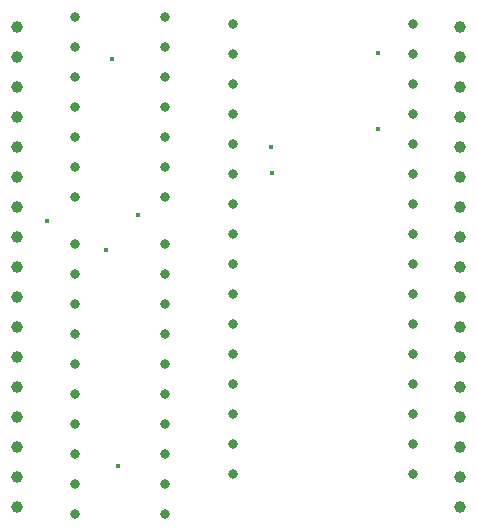
<source format=gbr>
%TF.GenerationSoftware,KiCad,Pcbnew,7.0.10*%
%TF.CreationDate,2024-02-06T22:12:22+01:00*%
%TF.ProjectId,16M2164_Ersatz_SRAM,31364d32-3136-4345-9f45-727361747a5f,1*%
%TF.SameCoordinates,Original*%
%TF.FileFunction,Plated,1,2,PTH,Drill*%
%TF.FilePolarity,Positive*%
%FSLAX46Y46*%
G04 Gerber Fmt 4.6, Leading zero omitted, Abs format (unit mm)*
G04 Created by KiCad (PCBNEW 7.0.10) date 2024-02-06 22:12:22*
%MOMM*%
%LPD*%
G01*
G04 APERTURE LIST*
%TA.AperFunction,ViaDrill*%
%ADD10C,0.400000*%
%TD*%
%TA.AperFunction,ComponentDrill*%
%ADD11C,0.800000*%
%TD*%
%TA.AperFunction,ComponentDrill*%
%ADD12C,1.000000*%
%TD*%
G04 APERTURE END LIST*
D10*
X155000000Y-101000000D03*
X160000000Y-103500000D03*
X160500000Y-87250000D03*
X161000000Y-121725000D03*
X162750000Y-100500000D03*
X174000000Y-94750000D03*
X174100000Y-96900000D03*
X183000000Y-86750000D03*
X183000000Y-93250000D03*
D11*
%TO.C,U1*%
X157380000Y-83760000D03*
X157380000Y-86300000D03*
X157380000Y-88840000D03*
X157380000Y-91380000D03*
X157380000Y-93920000D03*
X157380000Y-96460000D03*
X157380000Y-99000000D03*
%TO.C,U2*%
X157380000Y-102920000D03*
X157380000Y-105460000D03*
X157380000Y-108000000D03*
X157380000Y-110540000D03*
X157380000Y-113080000D03*
X157380000Y-115620000D03*
X157380000Y-118160000D03*
X157380000Y-120700000D03*
X157380000Y-123240000D03*
X157380000Y-125780000D03*
%TO.C,U1*%
X165000000Y-83760000D03*
X165000000Y-86300000D03*
X165000000Y-88840000D03*
X165000000Y-91380000D03*
X165000000Y-93920000D03*
X165000000Y-96460000D03*
X165000000Y-99000000D03*
%TO.C,U2*%
X165000000Y-102920000D03*
X165000000Y-105460000D03*
X165000000Y-108000000D03*
X165000000Y-110540000D03*
X165000000Y-113080000D03*
X165000000Y-115620000D03*
X165000000Y-118160000D03*
X165000000Y-120700000D03*
X165000000Y-123240000D03*
X165000000Y-125780000D03*
%TO.C,U3*%
X170760000Y-84300000D03*
X170760000Y-86840000D03*
X170760000Y-89380000D03*
X170760000Y-91920000D03*
X170760000Y-94460000D03*
X170760000Y-97000000D03*
X170760000Y-99540000D03*
X170760000Y-102080000D03*
X170760000Y-104620000D03*
X170760000Y-107160000D03*
X170760000Y-109700000D03*
X170760000Y-112240000D03*
X170760000Y-114780000D03*
X170760000Y-117320000D03*
X170760000Y-119860000D03*
X170760000Y-122400000D03*
X186000000Y-84300000D03*
X186000000Y-86840000D03*
X186000000Y-89380000D03*
X186000000Y-91920000D03*
X186000000Y-94460000D03*
X186000000Y-97000000D03*
X186000000Y-99540000D03*
X186000000Y-102080000D03*
X186000000Y-104620000D03*
X186000000Y-107160000D03*
X186000000Y-109700000D03*
X186000000Y-112240000D03*
X186000000Y-114780000D03*
X186000000Y-117320000D03*
X186000000Y-119860000D03*
X186000000Y-122400000D03*
D12*
%TO.C,J1*%
X152500000Y-84580000D03*
X152500000Y-87120000D03*
X152500000Y-89660000D03*
X152500000Y-92200000D03*
X152500000Y-94740000D03*
X152500000Y-97280000D03*
X152500000Y-99820000D03*
X152500000Y-102360000D03*
X152500000Y-104900000D03*
X152500000Y-107440000D03*
X152500000Y-109980000D03*
X152500000Y-112520000D03*
X152500000Y-115060000D03*
X152500000Y-117600000D03*
X152500000Y-120140000D03*
X152500000Y-122680000D03*
X152500000Y-125220000D03*
%TO.C,J2*%
X190000000Y-84580000D03*
X190000000Y-87120000D03*
X190000000Y-89660000D03*
X190000000Y-92200000D03*
X190000000Y-94740000D03*
X190000000Y-97280000D03*
X190000000Y-99820000D03*
X190000000Y-102360000D03*
X190000000Y-104900000D03*
X190000000Y-107440000D03*
X190000000Y-109980000D03*
X190000000Y-112520000D03*
X190000000Y-115060000D03*
X190000000Y-117600000D03*
X190000000Y-120140000D03*
X190000000Y-122680000D03*
X190000000Y-125220000D03*
M02*

</source>
